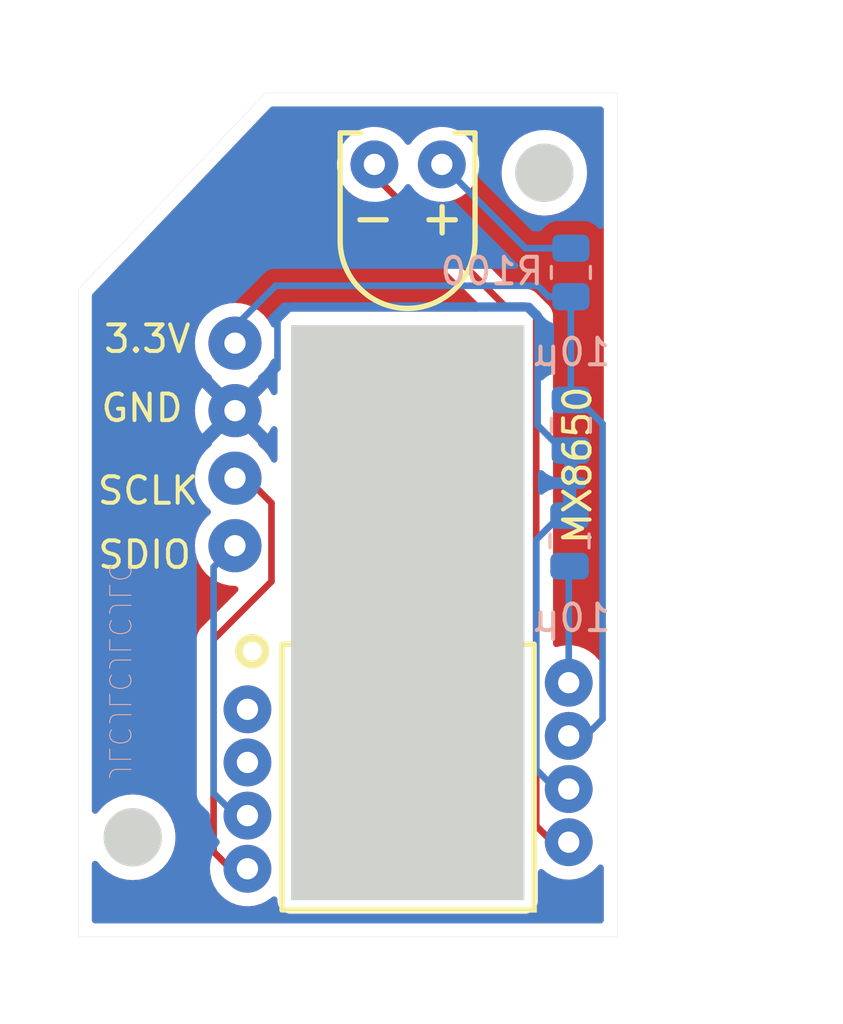
<source format=kicad_pcb>
(kicad_pcb (version 20211014) (generator pcbnew)
  (layers (0 "F.Cu" signal) (31 "B.Cu" signal) (34 "B.Paste" user) (35 "F.Paste" user) (36 "B.SilkS" user "B.Silkscreen") (37 "F.SilkS" user "F.Silkscreen") (38 "B.Mask" user) (39 "F.Mask" user) (44 "Edge.Cuts" user))
  (net 0 "")
  (net 1 "+3V3")
  (net 2 "GND")
  (net 3 "Net-(C3-Pad1)")
  (net 6 "ck")
  (net 7 "io")
  (footprint "pad:pad_1p" (layer "F.Cu") (at 111.1 87.16)
    (fp_text reference "3.3V" (at -3.3 -0.16 unlocked) (layer "F.SilkS"))
    (fp_text value "pad_1p" hide)
    (pad "1" thru_hole circle (at 0 0) (size 2 2) (drill 0.8) (layers *.Cu *.Mask) (net 1 "+3V3"))
  )
  (footprint "Arduino:MX89650" (layer "F.Cu") (at 117.62 102.935)
    (fp_text reference "U1" hide)
    (fp_text value "MX8650" (at 6.38 -11.185 90 unlocked) (layer "F.SilkS"))
    (fp_rect (start 4.75 5.55) (end -4.75 -4.45) (layer "F.SilkS") (width 0.2) (fill none))
    (pad "1" thru_hole circle (at -6.05 -2) (size 1.8 1.8) (drill 0.8) (layers *.Cu *.Mask))
    (pad "2" thru_hole circle (at -6.05 0) (size 1.8 1.8) (drill 0.8) (layers *.Cu *.Mask))
    (pad "3" thru_hole circle (at -6.05 2) (size 1.8 1.8) (drill 0.8) (layers *.Cu *.Mask) (net 7 "io"))
    (pad "4" thru_hole circle (at -6.05 4) (size 1.8 1.8) (drill 0.8) (layers *.Cu *.Mask) (net 6 "ck"))
    (pad "5" thru_hole circle (at 6.05 3) (size 1.8 1.8) (drill 0.8) (layers *.Cu *.Mask))
    (pad "6" thru_hole circle (at 6.05 1) (size 1.8 1.8) (drill 0.8) (layers *.Cu *.Mask) (net 2 "GND"))
    (pad "7" thru_hole circle (at 6.05 -1) (size 1.8 1.8) (drill 0.8) (layers *.Cu *.Mask) (net 1 "+3V3"))
    (pad "8" thru_hole circle (at 6.05 -3) (size 1.8 1.8) (drill 0.8) (layers *.Cu *.Mask) (net 3 "Net-(C3-Pad1)"))
    (pad "9" thru_hole circle (at -1.27 -22.5) (size 1.8 1.8) (drill 0.8) (layers *.Cu *.Mask))
    (pad "10" thru_hole circle (at 1.27 -22.5) (size 1.8 1.8) (drill 0.8) (layers *.Cu *.Mask))
  )
  (footprint "pad:pad_1p" (layer "F.Cu") (at 111.1 92.24)
    (fp_text reference "REF**" hide)
    (fp_text value "pad_1p" hide)
    (pad "1" thru_hole circle (at 0 0) (size 2 2) (drill 0.8) (layers *.Cu *.Mask) (net 6 "ck"))
  )
  (footprint "pad:pad_1p" (layer "F.Cu") (at 111.1 94.78)
    (fp_text reference "REF**" hide)
    (fp_text value "pad_1p" hide)
    (pad "1" thru_hole circle (at 0 0) (size 2 2) (drill 0.8) (layers *.Cu *.Mask) (net 7 "io"))
  )
  (footprint "pad:pad_1p" (layer "F.Cu") (at 111.1 89.7)
    (fp_text reference "GND" (at -3.5 -0.1 unlocked) (layer "F.SilkS"))
    (fp_text value "pad_1p" hide)
    (pad "1" thru_hole circle (at 0 0) (size 2 2) (drill 0.8) (layers *.Cu *.Mask) (net 2 "GND"))
  )
  (footprint "Capacitor_SMD:C_0805_2012Metric" (layer "B.Cu") (at 123.75 90.25 -90)
    (fp_text reference "10μ" (at -2.75 0) (layer "B.SilkS") (effects (justify mirror)))
    (fp_text value "C10μ" hide)
    (fp_line (start -0.261252 0.735) (end 0.261252 0.735) (layer "B.SilkS") (width 0.12))
    (fp_line (start -0.261252 -0.735) (end 0.261252 -0.735) (layer "B.SilkS") (width 0.12))
    (pad "1" smd roundrect (at -0.95 0 270) (size 1 1.45) (layers "B.Cu" "B.Paste" "B.Mask") (net 1 "+3V3"))
    (pad "2" smd roundrect (at 0.95 0 270) (size 1 1.45) (layers "B.Cu" "B.Paste" "B.Mask") (net 2 "GND"))
  )
  (footprint "Resistor_SMD:R_0805_2012Metric" (layer "B.Cu") (at 123.75 84.5 -90)
    (fp_text reference "R100" (at -0.045 2.973) (layer "B.SilkS") (effects (justify mirror)))
    (fp_text value "R" hide)
    (fp_line (start -0.227064 -0.735) (end 0.227064 -0.735) (layer "B.SilkS") (width 0.12))
    (fp_line (start -0.227064 0.735) (end 0.227064 0.735) (layer "B.SilkS") (width 0.12))
    (pad "1" smd roundrect (at -0.9125 0 270) (size 1.025 1.4) (layers "B.Cu" "B.Paste" "B.Mask") (roundrect_rratio 0.243902439))
    (pad "2" smd roundrect (at 0.9125 0 270) (size 1.025 1.4) (layers "B.Cu" "B.Paste" "B.Mask") (roundrect_rratio 0.243902439) (net 1 "+3V3"))
  )
  (footprint "Capacitor_SMD:C_0805_2012Metric" (layer "B.Cu") (at 123.7 94.6 90)
    (fp_text reference "10μ" (at -2.9 0.05) (layer "B.SilkS") (effects (justify mirror)))
    (fp_text value "C" hide)
    (fp_line (start -0.261252 0.735) (end 0.261252 0.735) (layer "B.SilkS") (width 0.12))
    (fp_line (start -0.261252 -0.735) (end 0.261252 -0.735) (layer "B.SilkS") (width 0.12))
    (pad "1" smd roundrect (at -0.95 0 90) (size 1 1.45) (layers "B.Cu" "B.Paste" "B.Mask") (net 3 "Net-(C3-Pad1)"))
    (pad "2" smd roundrect (at 0.95 0 90) (size 1 1.45) (layers "B.Cu" "B.Paste" "B.Mask") (net 2 "GND"))
  )
  (gr_arc (start 120.142 83.312) (mid 117.602 85.852) (end 115.062 83.312) (layer "F.SilkS") (width 0.2))
  (gr_line (start 115.062 79.248) (end 115.062 83.312) (layer "F.SilkS") (width 0.2))
  (gr_line (start 119.38 79.248) (end 120.142 79.248) (layer "F.SilkS") (width 0.2))
  (gr_line (start 120.142 79.248) (end 120.142 83.312) (layer "F.SilkS") (width 0.2))
  (gr_circle (center 111.75 98.75) (end 112.25 98.75) (layer "F.SilkS") (width 0.3) (fill none))
  (gr_line (start 115.062 79.248) (end 115.824 79.248) (layer "F.SilkS") (width 0.2))
  (gr_circle (center 122.75 80.75) (end 123.85 80.75) (layer "Edge.Cuts") (width 0) (fill solid))
  (gr_rect (start 113.21 108.1175) (end 122 86.4825) (layer "Edge.Cuts") (width 0) (fill solid))
  (gr_line (start 105.2 109.5) (end 105.2 85.135714) (layer "Edge.Cuts") (width 0.01))
  (gr_circle (center 107.25 105.75) (end 108.35 105.75) (layer "Edge.Cuts") (width 0) (fill solid))
  (gr_line (start 125.5 109.5) (end 105.2 109.5) (layer "Edge.Cuts") (width 0.01))
  (gr_line (start 105.2 85.135714) (end 112.25 77.75) (layer "Edge.Cuts") (width 0.01))
  (gr_line (start 125.5 77.75) (end 125.5 109.5) (layer "Edge.Cuts") (width 0.01))
  (gr_line (start 112.25 77.75) (end 125.5 77.75) (layer "Edge.Cuts") (width 0.01))
  (gr_text "JLCJLCJLCJLC" (at 106.75 99.5 -90) (layer "B.SilkS") (effects (font (size 0.8 0.8) (thickness 0.0375)) (justify mirror)))
  (gr_text "- +" (at 117.602 82.423) (layer "F.SilkS") (effects (font (size 1.3 1.3) (thickness 0.2))))
  (gr_text "SDIO" (at 107.696 95.123) (layer "F.SilkS") (effects (font (size 1 1))))
  (gr_text "SCLK" (at 107.823 92.71) (layer "F.SilkS") (effects (font (size 1 1))))
  (segment (start 116.35 80.85) (end 116.35 80.435) (width 0.25) (layer "F.Cu") (net 0))
  (segment (start 122.023576 85.75) (end 121.25 85.75) (width 0.25) (layer "F.Cu") (net 0))
  (segment (start 123.06 105.935) (end 122.445489 105.320489) (width 0.25) (layer "F.Cu") (net 0))
  (segment (start 123.67 105.935) (end 123.06 105.935) (width 0.25) (layer "F.Cu") (net 0))
  (segment (start 122.445489 105.320489) (end 122.445489 86.171913) (width 0.25) (layer "F.Cu") (net 0))
  (segment (start 121.25 85.75) (end 116.35 80.85) (width 0.25) (layer "F.Cu") (net 0))
  (segment (start 122.445489 86.171913) (end 122.023576 85.75) (width 0.25) (layer "F.Cu") (net 0))
  (segment (start 123.67 105.935) (end 122.953 105.935) (width 0.25) (layer "F.Cu") (net 0))
  (segment (start 123.75 83.5875) (end 122.0425 83.5875) (width 0.25) (layer "B.Cu") (net 0))
  (segment (start 122.0425 83.5875) (end 118.89 80.435) (width 0.25) (layer "B.Cu") (net 0))
  (segment (start 123.67 101.935) (end 124.315 101.935) (width 0.25) (layer "B.Cu") (net 1))
  (segment (start 123.75 85.4125) (end 122.9125 85.4125) (width 0.25) (layer "B.Cu") (net 1))
  (segment (start 124.315 101.935) (end 124.944511 101.305489) (width 0.25) (layer "B.Cu") (net 1))
  (segment (start 122.5 85) (end 112.63 85) (width 0.25) (layer "B.Cu") (net 1))
  (segment (start 124.944511 90.194511) (end 124.05 89.3) (width 0.25) (layer "B.Cu") (net 1))
  (segment (start 124.05 89.3) (end 123.75 89.3) (width 0.25) (layer "B.Cu") (net 1))
  (segment (start 122.9125 85.4125) (end 122.5 85) (width 0.25) (layer "B.Cu") (net 1))
  (segment (start 123.75 89.3) (end 123.75 85.4125) (width 0.25) (layer "B.Cu") (net 1))
  (segment (start 124.944511 101.305489) (end 124.944511 90.194511) (width 0.25) (layer "B.Cu") (net 1))
  (segment (start 111.1 86.6) (end 111.1 87.16) (width 0.25) (layer "B.Cu") (net 1))
  (segment (start 112.63 85) (end 111.1 86.53) (width 0.25) (layer "B.Cu") (net 1))
  (segment (start 123.67 101.935) (end 124.252 101.935) (width 0.25) (layer "B.Cu") (net 1))
  (segment (start 111.1 86.53) (end 111.1 87.16) (width 0.25) (layer "B.Cu") (net 1))
  (segment (start 113.25 85.75) (end 112.7 86.3) (width 0.25) (layer "B.Cu") (net 2))
  (segment (start 112.7 86.3) (end 112.7 88.1) (width 0.25) (layer "B.Cu") (net 2))
  (segment (start 122.5 90.25) (end 122.5 86.25) (width 0.25) (layer "B.Cu") (net 2))
  (segment (start 123.35 93.65) (end 123.7 93.65) (width 0.25) (layer "B.Cu") (net 2))
  (segment (start 123.7 93.3) (end 123.7 92.95) (width 0.25) (layer "B.Cu") (net 2))
  (segment (start 123.7 92.95) (end 123.7 91.25) (width 0.25) (layer "B.Cu") (net 2))
  (segment (start 123.7 91.25) (end 123.75 91.2) (width 0.25) (layer "B.Cu") (net 2))
  (segment (start 122.445489 94.554511) (end 122.75 94.25) (width 0.25) (layer "B.Cu") (net 2))
  (segment (start 123.1775 103.935) (end 122.445489 103.202989) (width 0.25) (layer "B.Cu") (net 2))
  (segment (start 123.67 103.935) (end 123.1775 103.935) (width 0.25) (layer "B.Cu") (net 2))
  (segment (start 122.5 86.25) (end 122 85.75) (width 0.25) (layer "B.Cu") (net 2))
  (segment (start 123.7 93.65) (end 123.7 92.95) (width 0.25) (layer "B.Cu") (net 2))
  (segment (start 122.445489 103.202989) (end 122.445489 94.554511) (width 0.25) (layer "B.Cu") (net 2))
  (segment (start 122 85.75) (end 113.25 85.75) (width 0.25) (layer "B.Cu") (net 2))
  (segment (start 122.75 94.25) (end 123.35 93.65) (width 0.25) (layer "B.Cu") (net 2))
  (segment (start 112.7 88.1) (end 111.1 89.7) (width 0.25) (layer "B.Cu") (net 2))
  (segment (start 123.45 91.2) (end 122.5 90.25) (width 0.25) (layer "B.Cu") (net 2))
  (segment (start 123.7 93.65) (end 123.698 93.648) (width 0.25) (layer "B.Cu") (net 2))
  (segment (start 122.75 94.25) (end 123.7 93.3) (width 0.25) (layer "B.Cu") (net 2))
  (segment (start 123.75 91.2) (end 123.45 91.2) (width 0.25) (layer "B.Cu") (net 2))
  (segment (start 123.67 95.58) (end 123.7 95.55) (width 0.25) (layer "B.Cu") (net 3))
  (segment (start 123.67 99.935) (end 123.67 95.58) (width 0.25) (layer "B.Cu") (net 3))
  (segment (start 112.474511 96.125489) (end 112.474511 93.174511) (width 0.25) (layer "F.Cu") (net 6))
  (segment (start 111.54 92.24) (end 111.1 92.24) (width 0.25) (layer "F.Cu") (net 6))
  (segment (start 111.57 106.935) (end 110.935 106.935) (width 0.25) (layer "F.Cu") (net 6))
  (segment (start 110.295489 98.304511) (end 112.474511 96.125489) (width 0.25) (layer "F.Cu") (net 6))
  (segment (start 110.935 106.935) (end 110.295489 106.295489) (width 0.25) (layer "F.Cu") (net 6))
  (segment (start 110.295489 106.295489) (end 110.295489 98.304511) (width 0.25) (layer "F.Cu") (net 6))
  (segment (start 112.474511 93.174511) (end 111.54 92.24) (width 0.25) (layer "F.Cu") (net 6))
  (segment (start 111.57 104.935) (end 111.135 104.935) (width 0.25) (layer "B.Cu") (net 7))
  (segment (start 110.295489 95.584511) (end 111.1 94.78) (width 0.25) (layer "B.Cu") (net 7))
  (segment (start 111.135 104.935) (end 110.295489 104.095489) (width 0.25) (layer "B.Cu") (net 7))
  (segment (start 110.295489 104.095489) (end 110.295489 95.584511) (width 0.25) (layer "B.Cu") (net 7))
  (zone (net 2) (net_name "GND") (layer "F.Cu") (connect_pads (clearance 0.508)) (min_thickness 0.254) (fill yes (thermal_gap 0.508) (thermal_bridge_width 0.508))
    (polygon (pts (xy 134 112.75) (xy 102.25 112.75) (xy 102.25 74.25) (xy 134 74.25)))
  )
  (zone (net 2) (net_name "GND") (layer "B.Cu") (connect_pads (clearance 0.508)) (min_thickness 0.254) (fill yes (thermal_gap 0.508) (thermal_bridge_width 0.508))
    (polygon (pts (xy 131.25 111.5) (xy 103.5 111.5) (xy 103.5 75.5) (xy 131.25 75.5)))
  )
)
</source>
